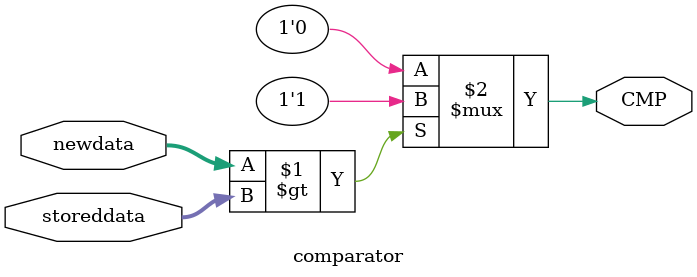
<source format=v>
`timescale 1ns / 1ps

module comparator(
input[9:0] newdata, 
input[9:0] storeddata,
output CMP
    );

//If input data is larger than the stored data output a 1
assign CMP = newdata > storeddata ? 1'b1 : 1'b0;



endmodule
</source>
